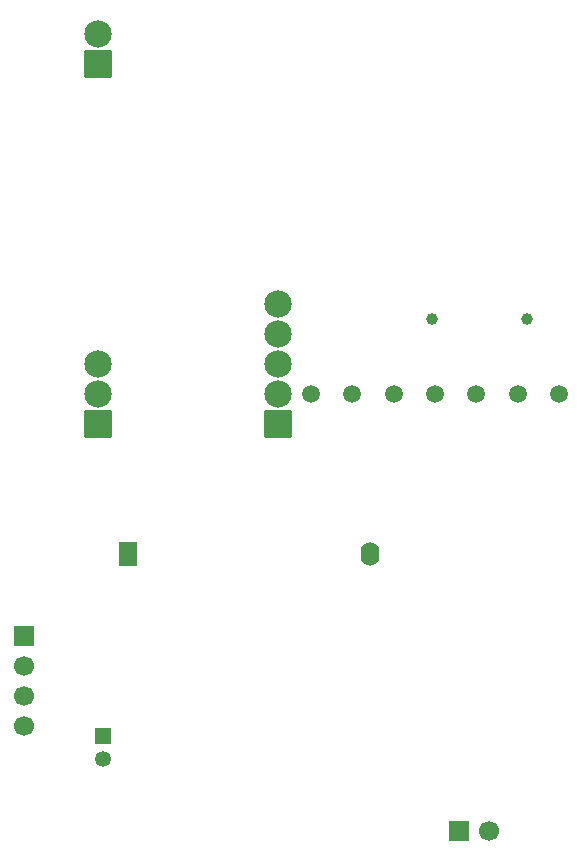
<source format=gbs>
G04 #@! TF.GenerationSoftware,KiCad,Pcbnew,9.0.3*
G04 #@! TF.CreationDate,2025-08-16T00:12:18+02:00*
G04 #@! TF.ProjectId,fw-anwesenheit,66772d61-6e77-4657-9365-6e686569742e,rev?*
G04 #@! TF.SameCoordinates,Original*
G04 #@! TF.FileFunction,Soldermask,Bot*
G04 #@! TF.FilePolarity,Negative*
%FSLAX46Y46*%
G04 Gerber Fmt 4.6, Leading zero omitted, Abs format (unit mm)*
G04 Created by KiCad (PCBNEW 9.0.3) date 2025-08-16 00:12:18*
%MOMM*%
%LPD*%
G01*
G04 APERTURE LIST*
G04 Aperture macros list*
%AMRoundRect*
0 Rectangle with rounded corners*
0 $1 Rounding radius*
0 $2 $3 $4 $5 $6 $7 $8 $9 X,Y pos of 4 corners*
0 Add a 4 corners polygon primitive as box body*
4,1,4,$2,$3,$4,$5,$6,$7,$8,$9,$2,$3,0*
0 Add four circle primitives for the rounded corners*
1,1,$1+$1,$2,$3*
1,1,$1+$1,$4,$5*
1,1,$1+$1,$6,$7*
1,1,$1+$1,$8,$9*
0 Add four rect primitives between the rounded corners*
20,1,$1+$1,$2,$3,$4,$5,0*
20,1,$1+$1,$4,$5,$6,$7,0*
20,1,$1+$1,$6,$7,$8,$9,0*
20,1,$1+$1,$8,$9,$2,$3,0*%
G04 Aperture macros list end*
%ADD10R,1.350000X1.350000*%
%ADD11C,1.350000*%
%ADD12C,2.304000*%
%ADD13RoundRect,0.102000X-1.050000X1.050000X-1.050000X-1.050000X1.050000X-1.050000X1.050000X1.050000X0*%
%ADD14R,1.700000X1.700000*%
%ADD15C,1.700000*%
%ADD16C,1.000000*%
%ADD17C,1.500000*%
%ADD18R,1.600000X2.000000*%
%ADD19O,1.600000X2.000000*%
G04 APERTURE END LIST*
D10*
X89916000Y-118888000D03*
D11*
X89916000Y-120888000D03*
D12*
X89500000Y-59520000D03*
D13*
X89500000Y-62060000D03*
D12*
X104740000Y-87460000D03*
X104740000Y-84920000D03*
X89500000Y-87460000D03*
D13*
X89500000Y-92540000D03*
D12*
X104740000Y-90000000D03*
D13*
X104740000Y-92540000D03*
D12*
X104740000Y-82380000D03*
X89500000Y-90000000D03*
D14*
X120010000Y-127000000D03*
D15*
X122550000Y-127000000D03*
D16*
X125750000Y-83600000D03*
X117750000Y-83600000D03*
D17*
X107500000Y-90000000D03*
X111000000Y-90000000D03*
X128500000Y-90000000D03*
D18*
X92000000Y-103500000D03*
D19*
X112500000Y-103500000D03*
D17*
X125000000Y-90000000D03*
X114500000Y-90000000D03*
D14*
X83185000Y-110490000D03*
D15*
X83185000Y-113030000D03*
X83185000Y-115570000D03*
X83185000Y-118110000D03*
D17*
X121500000Y-90000000D03*
X118000000Y-90000000D03*
M02*

</source>
